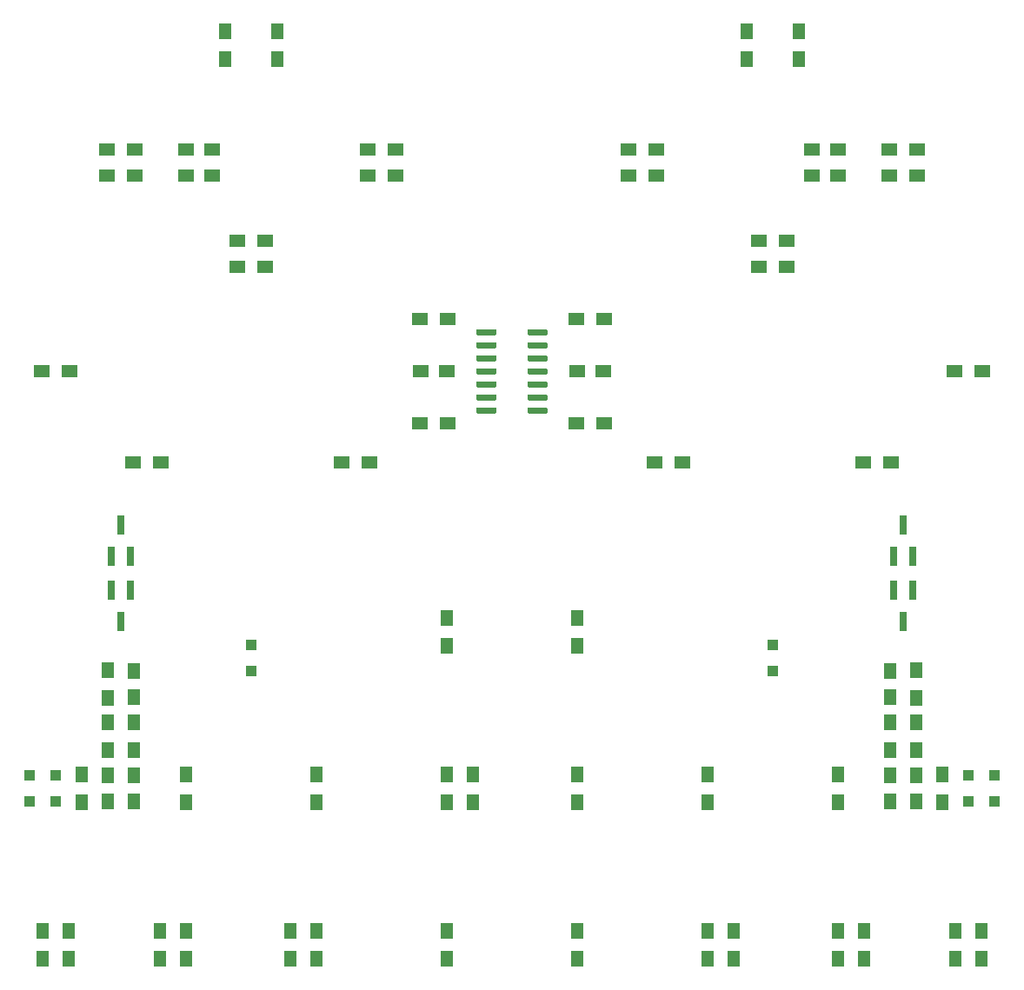
<source format=gbr>
G04 #@! TF.GenerationSoftware,KiCad,Pcbnew,(5.1.5)-3*
G04 #@! TF.CreationDate,2020-07-18T15:36:03-05:00*
G04 #@! TF.ProjectId,Miasma_IO_smd,4d696173-6d61-45f4-994f-5f736d642e6b,rev?*
G04 #@! TF.SameCoordinates,Original*
G04 #@! TF.FileFunction,Paste,Bot*
G04 #@! TF.FilePolarity,Positive*
%FSLAX46Y46*%
G04 Gerber Fmt 4.6, Leading zero omitted, Abs format (unit mm)*
G04 Created by KiCad (PCBNEW (5.1.5)-3) date 2020-07-18 15:36:03*
%MOMM*%
%LPD*%
G04 APERTURE LIST*
%ADD10R,0.800000X1.900000*%
%ADD11R,1.000000X1.000000*%
%ADD12C,0.100000*%
%ADD13R,1.500000X1.300000*%
%ADD14R,1.300000X1.500000*%
%ADD15R,1.250000X1.500000*%
%ADD16R,1.500000X1.250000*%
G04 APERTURE END LIST*
D10*
X184150000Y-108990000D03*
X183200000Y-111990000D03*
X185100000Y-111990000D03*
X184150000Y-118340000D03*
X185100000Y-115340000D03*
X183200000Y-115340000D03*
X107950000Y-118340000D03*
X108900000Y-115340000D03*
X107000000Y-115340000D03*
X107950000Y-108990000D03*
X107000000Y-111990000D03*
X108900000Y-111990000D03*
D11*
X171450000Y-123170000D03*
X171450000Y-120670000D03*
X120650000Y-123170000D03*
X120650000Y-120670000D03*
D12*
G36*
X149364703Y-97490722D02*
G01*
X149379264Y-97492882D01*
X149393543Y-97496459D01*
X149407403Y-97501418D01*
X149420710Y-97507712D01*
X149433336Y-97515280D01*
X149445159Y-97524048D01*
X149456066Y-97533934D01*
X149465952Y-97544841D01*
X149474720Y-97556664D01*
X149482288Y-97569290D01*
X149488582Y-97582597D01*
X149493541Y-97596457D01*
X149497118Y-97610736D01*
X149499278Y-97625297D01*
X149500000Y-97640000D01*
X149500000Y-97940000D01*
X149499278Y-97954703D01*
X149497118Y-97969264D01*
X149493541Y-97983543D01*
X149488582Y-97997403D01*
X149482288Y-98010710D01*
X149474720Y-98023336D01*
X149465952Y-98035159D01*
X149456066Y-98046066D01*
X149445159Y-98055952D01*
X149433336Y-98064720D01*
X149420710Y-98072288D01*
X149407403Y-98078582D01*
X149393543Y-98083541D01*
X149379264Y-98087118D01*
X149364703Y-98089278D01*
X149350000Y-98090000D01*
X147700000Y-98090000D01*
X147685297Y-98089278D01*
X147670736Y-98087118D01*
X147656457Y-98083541D01*
X147642597Y-98078582D01*
X147629290Y-98072288D01*
X147616664Y-98064720D01*
X147604841Y-98055952D01*
X147593934Y-98046066D01*
X147584048Y-98035159D01*
X147575280Y-98023336D01*
X147567712Y-98010710D01*
X147561418Y-97997403D01*
X147556459Y-97983543D01*
X147552882Y-97969264D01*
X147550722Y-97954703D01*
X147550000Y-97940000D01*
X147550000Y-97640000D01*
X147550722Y-97625297D01*
X147552882Y-97610736D01*
X147556459Y-97596457D01*
X147561418Y-97582597D01*
X147567712Y-97569290D01*
X147575280Y-97556664D01*
X147584048Y-97544841D01*
X147593934Y-97533934D01*
X147604841Y-97524048D01*
X147616664Y-97515280D01*
X147629290Y-97507712D01*
X147642597Y-97501418D01*
X147656457Y-97496459D01*
X147670736Y-97492882D01*
X147685297Y-97490722D01*
X147700000Y-97490000D01*
X149350000Y-97490000D01*
X149364703Y-97490722D01*
G37*
G36*
X149364703Y-96220722D02*
G01*
X149379264Y-96222882D01*
X149393543Y-96226459D01*
X149407403Y-96231418D01*
X149420710Y-96237712D01*
X149433336Y-96245280D01*
X149445159Y-96254048D01*
X149456066Y-96263934D01*
X149465952Y-96274841D01*
X149474720Y-96286664D01*
X149482288Y-96299290D01*
X149488582Y-96312597D01*
X149493541Y-96326457D01*
X149497118Y-96340736D01*
X149499278Y-96355297D01*
X149500000Y-96370000D01*
X149500000Y-96670000D01*
X149499278Y-96684703D01*
X149497118Y-96699264D01*
X149493541Y-96713543D01*
X149488582Y-96727403D01*
X149482288Y-96740710D01*
X149474720Y-96753336D01*
X149465952Y-96765159D01*
X149456066Y-96776066D01*
X149445159Y-96785952D01*
X149433336Y-96794720D01*
X149420710Y-96802288D01*
X149407403Y-96808582D01*
X149393543Y-96813541D01*
X149379264Y-96817118D01*
X149364703Y-96819278D01*
X149350000Y-96820000D01*
X147700000Y-96820000D01*
X147685297Y-96819278D01*
X147670736Y-96817118D01*
X147656457Y-96813541D01*
X147642597Y-96808582D01*
X147629290Y-96802288D01*
X147616664Y-96794720D01*
X147604841Y-96785952D01*
X147593934Y-96776066D01*
X147584048Y-96765159D01*
X147575280Y-96753336D01*
X147567712Y-96740710D01*
X147561418Y-96727403D01*
X147556459Y-96713543D01*
X147552882Y-96699264D01*
X147550722Y-96684703D01*
X147550000Y-96670000D01*
X147550000Y-96370000D01*
X147550722Y-96355297D01*
X147552882Y-96340736D01*
X147556459Y-96326457D01*
X147561418Y-96312597D01*
X147567712Y-96299290D01*
X147575280Y-96286664D01*
X147584048Y-96274841D01*
X147593934Y-96263934D01*
X147604841Y-96254048D01*
X147616664Y-96245280D01*
X147629290Y-96237712D01*
X147642597Y-96231418D01*
X147656457Y-96226459D01*
X147670736Y-96222882D01*
X147685297Y-96220722D01*
X147700000Y-96220000D01*
X149350000Y-96220000D01*
X149364703Y-96220722D01*
G37*
G36*
X149364703Y-94950722D02*
G01*
X149379264Y-94952882D01*
X149393543Y-94956459D01*
X149407403Y-94961418D01*
X149420710Y-94967712D01*
X149433336Y-94975280D01*
X149445159Y-94984048D01*
X149456066Y-94993934D01*
X149465952Y-95004841D01*
X149474720Y-95016664D01*
X149482288Y-95029290D01*
X149488582Y-95042597D01*
X149493541Y-95056457D01*
X149497118Y-95070736D01*
X149499278Y-95085297D01*
X149500000Y-95100000D01*
X149500000Y-95400000D01*
X149499278Y-95414703D01*
X149497118Y-95429264D01*
X149493541Y-95443543D01*
X149488582Y-95457403D01*
X149482288Y-95470710D01*
X149474720Y-95483336D01*
X149465952Y-95495159D01*
X149456066Y-95506066D01*
X149445159Y-95515952D01*
X149433336Y-95524720D01*
X149420710Y-95532288D01*
X149407403Y-95538582D01*
X149393543Y-95543541D01*
X149379264Y-95547118D01*
X149364703Y-95549278D01*
X149350000Y-95550000D01*
X147700000Y-95550000D01*
X147685297Y-95549278D01*
X147670736Y-95547118D01*
X147656457Y-95543541D01*
X147642597Y-95538582D01*
X147629290Y-95532288D01*
X147616664Y-95524720D01*
X147604841Y-95515952D01*
X147593934Y-95506066D01*
X147584048Y-95495159D01*
X147575280Y-95483336D01*
X147567712Y-95470710D01*
X147561418Y-95457403D01*
X147556459Y-95443543D01*
X147552882Y-95429264D01*
X147550722Y-95414703D01*
X147550000Y-95400000D01*
X147550000Y-95100000D01*
X147550722Y-95085297D01*
X147552882Y-95070736D01*
X147556459Y-95056457D01*
X147561418Y-95042597D01*
X147567712Y-95029290D01*
X147575280Y-95016664D01*
X147584048Y-95004841D01*
X147593934Y-94993934D01*
X147604841Y-94984048D01*
X147616664Y-94975280D01*
X147629290Y-94967712D01*
X147642597Y-94961418D01*
X147656457Y-94956459D01*
X147670736Y-94952882D01*
X147685297Y-94950722D01*
X147700000Y-94950000D01*
X149350000Y-94950000D01*
X149364703Y-94950722D01*
G37*
G36*
X149364703Y-93680722D02*
G01*
X149379264Y-93682882D01*
X149393543Y-93686459D01*
X149407403Y-93691418D01*
X149420710Y-93697712D01*
X149433336Y-93705280D01*
X149445159Y-93714048D01*
X149456066Y-93723934D01*
X149465952Y-93734841D01*
X149474720Y-93746664D01*
X149482288Y-93759290D01*
X149488582Y-93772597D01*
X149493541Y-93786457D01*
X149497118Y-93800736D01*
X149499278Y-93815297D01*
X149500000Y-93830000D01*
X149500000Y-94130000D01*
X149499278Y-94144703D01*
X149497118Y-94159264D01*
X149493541Y-94173543D01*
X149488582Y-94187403D01*
X149482288Y-94200710D01*
X149474720Y-94213336D01*
X149465952Y-94225159D01*
X149456066Y-94236066D01*
X149445159Y-94245952D01*
X149433336Y-94254720D01*
X149420710Y-94262288D01*
X149407403Y-94268582D01*
X149393543Y-94273541D01*
X149379264Y-94277118D01*
X149364703Y-94279278D01*
X149350000Y-94280000D01*
X147700000Y-94280000D01*
X147685297Y-94279278D01*
X147670736Y-94277118D01*
X147656457Y-94273541D01*
X147642597Y-94268582D01*
X147629290Y-94262288D01*
X147616664Y-94254720D01*
X147604841Y-94245952D01*
X147593934Y-94236066D01*
X147584048Y-94225159D01*
X147575280Y-94213336D01*
X147567712Y-94200710D01*
X147561418Y-94187403D01*
X147556459Y-94173543D01*
X147552882Y-94159264D01*
X147550722Y-94144703D01*
X147550000Y-94130000D01*
X147550000Y-93830000D01*
X147550722Y-93815297D01*
X147552882Y-93800736D01*
X147556459Y-93786457D01*
X147561418Y-93772597D01*
X147567712Y-93759290D01*
X147575280Y-93746664D01*
X147584048Y-93734841D01*
X147593934Y-93723934D01*
X147604841Y-93714048D01*
X147616664Y-93705280D01*
X147629290Y-93697712D01*
X147642597Y-93691418D01*
X147656457Y-93686459D01*
X147670736Y-93682882D01*
X147685297Y-93680722D01*
X147700000Y-93680000D01*
X149350000Y-93680000D01*
X149364703Y-93680722D01*
G37*
G36*
X149364703Y-92410722D02*
G01*
X149379264Y-92412882D01*
X149393543Y-92416459D01*
X149407403Y-92421418D01*
X149420710Y-92427712D01*
X149433336Y-92435280D01*
X149445159Y-92444048D01*
X149456066Y-92453934D01*
X149465952Y-92464841D01*
X149474720Y-92476664D01*
X149482288Y-92489290D01*
X149488582Y-92502597D01*
X149493541Y-92516457D01*
X149497118Y-92530736D01*
X149499278Y-92545297D01*
X149500000Y-92560000D01*
X149500000Y-92860000D01*
X149499278Y-92874703D01*
X149497118Y-92889264D01*
X149493541Y-92903543D01*
X149488582Y-92917403D01*
X149482288Y-92930710D01*
X149474720Y-92943336D01*
X149465952Y-92955159D01*
X149456066Y-92966066D01*
X149445159Y-92975952D01*
X149433336Y-92984720D01*
X149420710Y-92992288D01*
X149407403Y-92998582D01*
X149393543Y-93003541D01*
X149379264Y-93007118D01*
X149364703Y-93009278D01*
X149350000Y-93010000D01*
X147700000Y-93010000D01*
X147685297Y-93009278D01*
X147670736Y-93007118D01*
X147656457Y-93003541D01*
X147642597Y-92998582D01*
X147629290Y-92992288D01*
X147616664Y-92984720D01*
X147604841Y-92975952D01*
X147593934Y-92966066D01*
X147584048Y-92955159D01*
X147575280Y-92943336D01*
X147567712Y-92930710D01*
X147561418Y-92917403D01*
X147556459Y-92903543D01*
X147552882Y-92889264D01*
X147550722Y-92874703D01*
X147550000Y-92860000D01*
X147550000Y-92560000D01*
X147550722Y-92545297D01*
X147552882Y-92530736D01*
X147556459Y-92516457D01*
X147561418Y-92502597D01*
X147567712Y-92489290D01*
X147575280Y-92476664D01*
X147584048Y-92464841D01*
X147593934Y-92453934D01*
X147604841Y-92444048D01*
X147616664Y-92435280D01*
X147629290Y-92427712D01*
X147642597Y-92421418D01*
X147656457Y-92416459D01*
X147670736Y-92412882D01*
X147685297Y-92410722D01*
X147700000Y-92410000D01*
X149350000Y-92410000D01*
X149364703Y-92410722D01*
G37*
G36*
X149364703Y-91140722D02*
G01*
X149379264Y-91142882D01*
X149393543Y-91146459D01*
X149407403Y-91151418D01*
X149420710Y-91157712D01*
X149433336Y-91165280D01*
X149445159Y-91174048D01*
X149456066Y-91183934D01*
X149465952Y-91194841D01*
X149474720Y-91206664D01*
X149482288Y-91219290D01*
X149488582Y-91232597D01*
X149493541Y-91246457D01*
X149497118Y-91260736D01*
X149499278Y-91275297D01*
X149500000Y-91290000D01*
X149500000Y-91590000D01*
X149499278Y-91604703D01*
X149497118Y-91619264D01*
X149493541Y-91633543D01*
X149488582Y-91647403D01*
X149482288Y-91660710D01*
X149474720Y-91673336D01*
X149465952Y-91685159D01*
X149456066Y-91696066D01*
X149445159Y-91705952D01*
X149433336Y-91714720D01*
X149420710Y-91722288D01*
X149407403Y-91728582D01*
X149393543Y-91733541D01*
X149379264Y-91737118D01*
X149364703Y-91739278D01*
X149350000Y-91740000D01*
X147700000Y-91740000D01*
X147685297Y-91739278D01*
X147670736Y-91737118D01*
X147656457Y-91733541D01*
X147642597Y-91728582D01*
X147629290Y-91722288D01*
X147616664Y-91714720D01*
X147604841Y-91705952D01*
X147593934Y-91696066D01*
X147584048Y-91685159D01*
X147575280Y-91673336D01*
X147567712Y-91660710D01*
X147561418Y-91647403D01*
X147556459Y-91633543D01*
X147552882Y-91619264D01*
X147550722Y-91604703D01*
X147550000Y-91590000D01*
X147550000Y-91290000D01*
X147550722Y-91275297D01*
X147552882Y-91260736D01*
X147556459Y-91246457D01*
X147561418Y-91232597D01*
X147567712Y-91219290D01*
X147575280Y-91206664D01*
X147584048Y-91194841D01*
X147593934Y-91183934D01*
X147604841Y-91174048D01*
X147616664Y-91165280D01*
X147629290Y-91157712D01*
X147642597Y-91151418D01*
X147656457Y-91146459D01*
X147670736Y-91142882D01*
X147685297Y-91140722D01*
X147700000Y-91140000D01*
X149350000Y-91140000D01*
X149364703Y-91140722D01*
G37*
G36*
X149364703Y-89870722D02*
G01*
X149379264Y-89872882D01*
X149393543Y-89876459D01*
X149407403Y-89881418D01*
X149420710Y-89887712D01*
X149433336Y-89895280D01*
X149445159Y-89904048D01*
X149456066Y-89913934D01*
X149465952Y-89924841D01*
X149474720Y-89936664D01*
X149482288Y-89949290D01*
X149488582Y-89962597D01*
X149493541Y-89976457D01*
X149497118Y-89990736D01*
X149499278Y-90005297D01*
X149500000Y-90020000D01*
X149500000Y-90320000D01*
X149499278Y-90334703D01*
X149497118Y-90349264D01*
X149493541Y-90363543D01*
X149488582Y-90377403D01*
X149482288Y-90390710D01*
X149474720Y-90403336D01*
X149465952Y-90415159D01*
X149456066Y-90426066D01*
X149445159Y-90435952D01*
X149433336Y-90444720D01*
X149420710Y-90452288D01*
X149407403Y-90458582D01*
X149393543Y-90463541D01*
X149379264Y-90467118D01*
X149364703Y-90469278D01*
X149350000Y-90470000D01*
X147700000Y-90470000D01*
X147685297Y-90469278D01*
X147670736Y-90467118D01*
X147656457Y-90463541D01*
X147642597Y-90458582D01*
X147629290Y-90452288D01*
X147616664Y-90444720D01*
X147604841Y-90435952D01*
X147593934Y-90426066D01*
X147584048Y-90415159D01*
X147575280Y-90403336D01*
X147567712Y-90390710D01*
X147561418Y-90377403D01*
X147556459Y-90363543D01*
X147552882Y-90349264D01*
X147550722Y-90334703D01*
X147550000Y-90320000D01*
X147550000Y-90020000D01*
X147550722Y-90005297D01*
X147552882Y-89990736D01*
X147556459Y-89976457D01*
X147561418Y-89962597D01*
X147567712Y-89949290D01*
X147575280Y-89936664D01*
X147584048Y-89924841D01*
X147593934Y-89913934D01*
X147604841Y-89904048D01*
X147616664Y-89895280D01*
X147629290Y-89887712D01*
X147642597Y-89881418D01*
X147656457Y-89876459D01*
X147670736Y-89872882D01*
X147685297Y-89870722D01*
X147700000Y-89870000D01*
X149350000Y-89870000D01*
X149364703Y-89870722D01*
G37*
G36*
X144414703Y-89870722D02*
G01*
X144429264Y-89872882D01*
X144443543Y-89876459D01*
X144457403Y-89881418D01*
X144470710Y-89887712D01*
X144483336Y-89895280D01*
X144495159Y-89904048D01*
X144506066Y-89913934D01*
X144515952Y-89924841D01*
X144524720Y-89936664D01*
X144532288Y-89949290D01*
X144538582Y-89962597D01*
X144543541Y-89976457D01*
X144547118Y-89990736D01*
X144549278Y-90005297D01*
X144550000Y-90020000D01*
X144550000Y-90320000D01*
X144549278Y-90334703D01*
X144547118Y-90349264D01*
X144543541Y-90363543D01*
X144538582Y-90377403D01*
X144532288Y-90390710D01*
X144524720Y-90403336D01*
X144515952Y-90415159D01*
X144506066Y-90426066D01*
X144495159Y-90435952D01*
X144483336Y-90444720D01*
X144470710Y-90452288D01*
X144457403Y-90458582D01*
X144443543Y-90463541D01*
X144429264Y-90467118D01*
X144414703Y-90469278D01*
X144400000Y-90470000D01*
X142750000Y-90470000D01*
X142735297Y-90469278D01*
X142720736Y-90467118D01*
X142706457Y-90463541D01*
X142692597Y-90458582D01*
X142679290Y-90452288D01*
X142666664Y-90444720D01*
X142654841Y-90435952D01*
X142643934Y-90426066D01*
X142634048Y-90415159D01*
X142625280Y-90403336D01*
X142617712Y-90390710D01*
X142611418Y-90377403D01*
X142606459Y-90363543D01*
X142602882Y-90349264D01*
X142600722Y-90334703D01*
X142600000Y-90320000D01*
X142600000Y-90020000D01*
X142600722Y-90005297D01*
X142602882Y-89990736D01*
X142606459Y-89976457D01*
X142611418Y-89962597D01*
X142617712Y-89949290D01*
X142625280Y-89936664D01*
X142634048Y-89924841D01*
X142643934Y-89913934D01*
X142654841Y-89904048D01*
X142666664Y-89895280D01*
X142679290Y-89887712D01*
X142692597Y-89881418D01*
X142706457Y-89876459D01*
X142720736Y-89872882D01*
X142735297Y-89870722D01*
X142750000Y-89870000D01*
X144400000Y-89870000D01*
X144414703Y-89870722D01*
G37*
G36*
X144414703Y-91140722D02*
G01*
X144429264Y-91142882D01*
X144443543Y-91146459D01*
X144457403Y-91151418D01*
X144470710Y-91157712D01*
X144483336Y-91165280D01*
X144495159Y-91174048D01*
X144506066Y-91183934D01*
X144515952Y-91194841D01*
X144524720Y-91206664D01*
X144532288Y-91219290D01*
X144538582Y-91232597D01*
X144543541Y-91246457D01*
X144547118Y-91260736D01*
X144549278Y-91275297D01*
X144550000Y-91290000D01*
X144550000Y-91590000D01*
X144549278Y-91604703D01*
X144547118Y-91619264D01*
X144543541Y-91633543D01*
X144538582Y-91647403D01*
X144532288Y-91660710D01*
X144524720Y-91673336D01*
X144515952Y-91685159D01*
X144506066Y-91696066D01*
X144495159Y-91705952D01*
X144483336Y-91714720D01*
X144470710Y-91722288D01*
X144457403Y-91728582D01*
X144443543Y-91733541D01*
X144429264Y-91737118D01*
X144414703Y-91739278D01*
X144400000Y-91740000D01*
X142750000Y-91740000D01*
X142735297Y-91739278D01*
X142720736Y-91737118D01*
X142706457Y-91733541D01*
X142692597Y-91728582D01*
X142679290Y-91722288D01*
X142666664Y-91714720D01*
X142654841Y-91705952D01*
X142643934Y-91696066D01*
X142634048Y-91685159D01*
X142625280Y-91673336D01*
X142617712Y-91660710D01*
X142611418Y-91647403D01*
X142606459Y-91633543D01*
X142602882Y-91619264D01*
X142600722Y-91604703D01*
X142600000Y-91590000D01*
X142600000Y-91290000D01*
X142600722Y-91275297D01*
X142602882Y-91260736D01*
X142606459Y-91246457D01*
X142611418Y-91232597D01*
X142617712Y-91219290D01*
X142625280Y-91206664D01*
X142634048Y-91194841D01*
X142643934Y-91183934D01*
X142654841Y-91174048D01*
X142666664Y-91165280D01*
X142679290Y-91157712D01*
X142692597Y-91151418D01*
X142706457Y-91146459D01*
X142720736Y-91142882D01*
X142735297Y-91140722D01*
X142750000Y-91140000D01*
X144400000Y-91140000D01*
X144414703Y-91140722D01*
G37*
G36*
X144414703Y-92410722D02*
G01*
X144429264Y-92412882D01*
X144443543Y-92416459D01*
X144457403Y-92421418D01*
X144470710Y-92427712D01*
X144483336Y-92435280D01*
X144495159Y-92444048D01*
X144506066Y-92453934D01*
X144515952Y-92464841D01*
X144524720Y-92476664D01*
X144532288Y-92489290D01*
X144538582Y-92502597D01*
X144543541Y-92516457D01*
X144547118Y-92530736D01*
X144549278Y-92545297D01*
X144550000Y-92560000D01*
X144550000Y-92860000D01*
X144549278Y-92874703D01*
X144547118Y-92889264D01*
X144543541Y-92903543D01*
X144538582Y-92917403D01*
X144532288Y-92930710D01*
X144524720Y-92943336D01*
X144515952Y-92955159D01*
X144506066Y-92966066D01*
X144495159Y-92975952D01*
X144483336Y-92984720D01*
X144470710Y-92992288D01*
X144457403Y-92998582D01*
X144443543Y-93003541D01*
X144429264Y-93007118D01*
X144414703Y-93009278D01*
X144400000Y-93010000D01*
X142750000Y-93010000D01*
X142735297Y-93009278D01*
X142720736Y-93007118D01*
X142706457Y-93003541D01*
X142692597Y-92998582D01*
X142679290Y-92992288D01*
X142666664Y-92984720D01*
X142654841Y-92975952D01*
X142643934Y-92966066D01*
X142634048Y-92955159D01*
X142625280Y-92943336D01*
X142617712Y-92930710D01*
X142611418Y-92917403D01*
X142606459Y-92903543D01*
X142602882Y-92889264D01*
X142600722Y-92874703D01*
X142600000Y-92860000D01*
X142600000Y-92560000D01*
X142600722Y-92545297D01*
X142602882Y-92530736D01*
X142606459Y-92516457D01*
X142611418Y-92502597D01*
X142617712Y-92489290D01*
X142625280Y-92476664D01*
X142634048Y-92464841D01*
X142643934Y-92453934D01*
X142654841Y-92444048D01*
X142666664Y-92435280D01*
X142679290Y-92427712D01*
X142692597Y-92421418D01*
X142706457Y-92416459D01*
X142720736Y-92412882D01*
X142735297Y-92410722D01*
X142750000Y-92410000D01*
X144400000Y-92410000D01*
X144414703Y-92410722D01*
G37*
G36*
X144414703Y-93680722D02*
G01*
X144429264Y-93682882D01*
X144443543Y-93686459D01*
X144457403Y-93691418D01*
X144470710Y-93697712D01*
X144483336Y-93705280D01*
X144495159Y-93714048D01*
X144506066Y-93723934D01*
X144515952Y-93734841D01*
X144524720Y-93746664D01*
X144532288Y-93759290D01*
X144538582Y-93772597D01*
X144543541Y-93786457D01*
X144547118Y-93800736D01*
X144549278Y-93815297D01*
X144550000Y-93830000D01*
X144550000Y-94130000D01*
X144549278Y-94144703D01*
X144547118Y-94159264D01*
X144543541Y-94173543D01*
X144538582Y-94187403D01*
X144532288Y-94200710D01*
X144524720Y-94213336D01*
X144515952Y-94225159D01*
X144506066Y-94236066D01*
X144495159Y-94245952D01*
X144483336Y-94254720D01*
X144470710Y-94262288D01*
X144457403Y-94268582D01*
X144443543Y-94273541D01*
X144429264Y-94277118D01*
X144414703Y-94279278D01*
X144400000Y-94280000D01*
X142750000Y-94280000D01*
X142735297Y-94279278D01*
X142720736Y-94277118D01*
X142706457Y-94273541D01*
X142692597Y-94268582D01*
X142679290Y-94262288D01*
X142666664Y-94254720D01*
X142654841Y-94245952D01*
X142643934Y-94236066D01*
X142634048Y-94225159D01*
X142625280Y-94213336D01*
X142617712Y-94200710D01*
X142611418Y-94187403D01*
X142606459Y-94173543D01*
X142602882Y-94159264D01*
X142600722Y-94144703D01*
X142600000Y-94130000D01*
X142600000Y-93830000D01*
X142600722Y-93815297D01*
X142602882Y-93800736D01*
X142606459Y-93786457D01*
X142611418Y-93772597D01*
X142617712Y-93759290D01*
X142625280Y-93746664D01*
X142634048Y-93734841D01*
X142643934Y-93723934D01*
X142654841Y-93714048D01*
X142666664Y-93705280D01*
X142679290Y-93697712D01*
X142692597Y-93691418D01*
X142706457Y-93686459D01*
X142720736Y-93682882D01*
X142735297Y-93680722D01*
X142750000Y-93680000D01*
X144400000Y-93680000D01*
X144414703Y-93680722D01*
G37*
G36*
X144414703Y-94950722D02*
G01*
X144429264Y-94952882D01*
X144443543Y-94956459D01*
X144457403Y-94961418D01*
X144470710Y-94967712D01*
X144483336Y-94975280D01*
X144495159Y-94984048D01*
X144506066Y-94993934D01*
X144515952Y-95004841D01*
X144524720Y-95016664D01*
X144532288Y-95029290D01*
X144538582Y-95042597D01*
X144543541Y-95056457D01*
X144547118Y-95070736D01*
X144549278Y-95085297D01*
X144550000Y-95100000D01*
X144550000Y-95400000D01*
X144549278Y-95414703D01*
X144547118Y-95429264D01*
X144543541Y-95443543D01*
X144538582Y-95457403D01*
X144532288Y-95470710D01*
X144524720Y-95483336D01*
X144515952Y-95495159D01*
X144506066Y-95506066D01*
X144495159Y-95515952D01*
X144483336Y-95524720D01*
X144470710Y-95532288D01*
X144457403Y-95538582D01*
X144443543Y-95543541D01*
X144429264Y-95547118D01*
X144414703Y-95549278D01*
X144400000Y-95550000D01*
X142750000Y-95550000D01*
X142735297Y-95549278D01*
X142720736Y-95547118D01*
X142706457Y-95543541D01*
X142692597Y-95538582D01*
X142679290Y-95532288D01*
X142666664Y-95524720D01*
X142654841Y-95515952D01*
X142643934Y-95506066D01*
X142634048Y-95495159D01*
X142625280Y-95483336D01*
X142617712Y-95470710D01*
X142611418Y-95457403D01*
X142606459Y-95443543D01*
X142602882Y-95429264D01*
X142600722Y-95414703D01*
X142600000Y-95400000D01*
X142600000Y-95100000D01*
X142600722Y-95085297D01*
X142602882Y-95070736D01*
X142606459Y-95056457D01*
X142611418Y-95042597D01*
X142617712Y-95029290D01*
X142625280Y-95016664D01*
X142634048Y-95004841D01*
X142643934Y-94993934D01*
X142654841Y-94984048D01*
X142666664Y-94975280D01*
X142679290Y-94967712D01*
X142692597Y-94961418D01*
X142706457Y-94956459D01*
X142720736Y-94952882D01*
X142735297Y-94950722D01*
X142750000Y-94950000D01*
X144400000Y-94950000D01*
X144414703Y-94950722D01*
G37*
G36*
X144414703Y-96220722D02*
G01*
X144429264Y-96222882D01*
X144443543Y-96226459D01*
X144457403Y-96231418D01*
X144470710Y-96237712D01*
X144483336Y-96245280D01*
X144495159Y-96254048D01*
X144506066Y-96263934D01*
X144515952Y-96274841D01*
X144524720Y-96286664D01*
X144532288Y-96299290D01*
X144538582Y-96312597D01*
X144543541Y-96326457D01*
X144547118Y-96340736D01*
X144549278Y-96355297D01*
X144550000Y-96370000D01*
X144550000Y-96670000D01*
X144549278Y-96684703D01*
X144547118Y-96699264D01*
X144543541Y-96713543D01*
X144538582Y-96727403D01*
X144532288Y-96740710D01*
X144524720Y-96753336D01*
X144515952Y-96765159D01*
X144506066Y-96776066D01*
X144495159Y-96785952D01*
X144483336Y-96794720D01*
X144470710Y-96802288D01*
X144457403Y-96808582D01*
X144443543Y-96813541D01*
X144429264Y-96817118D01*
X144414703Y-96819278D01*
X144400000Y-96820000D01*
X142750000Y-96820000D01*
X142735297Y-96819278D01*
X142720736Y-96817118D01*
X142706457Y-96813541D01*
X142692597Y-96808582D01*
X142679290Y-96802288D01*
X142666664Y-96794720D01*
X142654841Y-96785952D01*
X142643934Y-96776066D01*
X142634048Y-96765159D01*
X142625280Y-96753336D01*
X142617712Y-96740710D01*
X142611418Y-96727403D01*
X142606459Y-96713543D01*
X142602882Y-96699264D01*
X142600722Y-96684703D01*
X142600000Y-96670000D01*
X142600000Y-96370000D01*
X142600722Y-96355297D01*
X142602882Y-96340736D01*
X142606459Y-96326457D01*
X142611418Y-96312597D01*
X142617712Y-96299290D01*
X142625280Y-96286664D01*
X142634048Y-96274841D01*
X142643934Y-96263934D01*
X142654841Y-96254048D01*
X142666664Y-96245280D01*
X142679290Y-96237712D01*
X142692597Y-96231418D01*
X142706457Y-96226459D01*
X142720736Y-96222882D01*
X142735297Y-96220722D01*
X142750000Y-96220000D01*
X144400000Y-96220000D01*
X144414703Y-96220722D01*
G37*
G36*
X144414703Y-97490722D02*
G01*
X144429264Y-97492882D01*
X144443543Y-97496459D01*
X144457403Y-97501418D01*
X144470710Y-97507712D01*
X144483336Y-97515280D01*
X144495159Y-97524048D01*
X144506066Y-97533934D01*
X144515952Y-97544841D01*
X144524720Y-97556664D01*
X144532288Y-97569290D01*
X144538582Y-97582597D01*
X144543541Y-97596457D01*
X144547118Y-97610736D01*
X144549278Y-97625297D01*
X144550000Y-97640000D01*
X144550000Y-97940000D01*
X144549278Y-97954703D01*
X144547118Y-97969264D01*
X144543541Y-97983543D01*
X144538582Y-97997403D01*
X144532288Y-98010710D01*
X144524720Y-98023336D01*
X144515952Y-98035159D01*
X144506066Y-98046066D01*
X144495159Y-98055952D01*
X144483336Y-98064720D01*
X144470710Y-98072288D01*
X144457403Y-98078582D01*
X144443543Y-98083541D01*
X144429264Y-98087118D01*
X144414703Y-98089278D01*
X144400000Y-98090000D01*
X142750000Y-98090000D01*
X142735297Y-98089278D01*
X142720736Y-98087118D01*
X142706457Y-98083541D01*
X142692597Y-98078582D01*
X142679290Y-98072288D01*
X142666664Y-98064720D01*
X142654841Y-98055952D01*
X142643934Y-98046066D01*
X142634048Y-98035159D01*
X142625280Y-98023336D01*
X142617712Y-98010710D01*
X142611418Y-97997403D01*
X142606459Y-97983543D01*
X142602882Y-97969264D01*
X142600722Y-97954703D01*
X142600000Y-97940000D01*
X142600000Y-97640000D01*
X142600722Y-97625297D01*
X142602882Y-97610736D01*
X142606459Y-97596457D01*
X142611418Y-97582597D01*
X142617712Y-97569290D01*
X142625280Y-97556664D01*
X142634048Y-97544841D01*
X142643934Y-97533934D01*
X142654841Y-97524048D01*
X142666664Y-97515280D01*
X142679290Y-97507712D01*
X142692597Y-97501418D01*
X142706457Y-97496459D01*
X142720736Y-97492882D01*
X142735297Y-97490722D01*
X142750000Y-97490000D01*
X144400000Y-97490000D01*
X144414703Y-97490722D01*
G37*
D11*
X193040000Y-135870000D03*
X193040000Y-133370000D03*
X190500000Y-135870000D03*
X190500000Y-133370000D03*
X101600000Y-135870000D03*
X101600000Y-133370000D03*
X99060000Y-135870000D03*
X99060000Y-133370000D03*
D13*
X189150000Y-93980000D03*
X191850000Y-93980000D03*
D14*
X165100000Y-133270000D03*
X165100000Y-135970000D03*
X191770000Y-151210000D03*
X191770000Y-148510000D03*
X187960000Y-133270000D03*
X187960000Y-135970000D03*
D13*
X172800000Y-81280000D03*
X170100000Y-81280000D03*
X182800000Y-74930000D03*
X185500000Y-74930000D03*
X172800000Y-83820000D03*
X170100000Y-83820000D03*
X152320000Y-88900000D03*
X155020000Y-88900000D03*
X182800000Y-72390000D03*
X185500000Y-72390000D03*
D14*
X177800000Y-133270000D03*
X177800000Y-135970000D03*
D13*
X182960000Y-102870000D03*
X180260000Y-102870000D03*
D14*
X173990000Y-63580000D03*
X173990000Y-60880000D03*
X168910000Y-63580000D03*
X168910000Y-60880000D03*
D13*
X157400000Y-74930000D03*
X160100000Y-74930000D03*
D14*
X177800000Y-148510000D03*
X177800000Y-151210000D03*
X165100000Y-148510000D03*
X165100000Y-151210000D03*
X189230000Y-151210000D03*
X189230000Y-148510000D03*
D13*
X152320000Y-99060000D03*
X155020000Y-99060000D03*
X157400000Y-72390000D03*
X160100000Y-72390000D03*
X162640000Y-102870000D03*
X159940000Y-102870000D03*
D14*
X185420000Y-130890000D03*
X185420000Y-128190000D03*
X182880000Y-130890000D03*
X182880000Y-128190000D03*
X152400000Y-151210000D03*
X152400000Y-148510000D03*
X152400000Y-133270000D03*
X152400000Y-135970000D03*
X152400000Y-118030000D03*
X152400000Y-120730000D03*
X185420000Y-125810000D03*
X185420000Y-123110000D03*
X106680000Y-125810000D03*
X106680000Y-123110000D03*
X109220000Y-130890000D03*
X109220000Y-128190000D03*
X106680000Y-130890000D03*
X106680000Y-128190000D03*
X139700000Y-151210000D03*
X139700000Y-148510000D03*
X139700000Y-133270000D03*
X139700000Y-135970000D03*
X139700000Y-118030000D03*
X139700000Y-120730000D03*
D13*
X134700000Y-74930000D03*
X132000000Y-74930000D03*
X139780000Y-99060000D03*
X137080000Y-99060000D03*
D14*
X118110000Y-63580000D03*
X118110000Y-60880000D03*
X123190000Y-63580000D03*
X123190000Y-60880000D03*
D13*
X134700000Y-72390000D03*
X132000000Y-72390000D03*
D14*
X127000000Y-148510000D03*
X127000000Y-151210000D03*
X114300000Y-151210000D03*
X114300000Y-148510000D03*
X102870000Y-151210000D03*
X102870000Y-148510000D03*
D13*
X129460000Y-102870000D03*
X132160000Y-102870000D03*
X109300000Y-74930000D03*
X106600000Y-74930000D03*
D14*
X114300000Y-133270000D03*
X114300000Y-135970000D03*
D13*
X139780000Y-88900000D03*
X137080000Y-88900000D03*
X119300000Y-81280000D03*
X122000000Y-81280000D03*
X109300000Y-72390000D03*
X106600000Y-72390000D03*
X109140000Y-102870000D03*
X111840000Y-102870000D03*
X119300000Y-83820000D03*
X122000000Y-83820000D03*
D14*
X104140000Y-133270000D03*
X104140000Y-135970000D03*
X100330000Y-151210000D03*
X100330000Y-148510000D03*
X127000000Y-133270000D03*
X127000000Y-135970000D03*
D13*
X102950000Y-93980000D03*
X100250000Y-93980000D03*
D15*
X185420000Y-135870000D03*
X185420000Y-133370000D03*
D16*
X177780000Y-74930000D03*
X175280000Y-74930000D03*
X177780000Y-72390000D03*
X175280000Y-72390000D03*
D15*
X182880000Y-133370000D03*
X182880000Y-135870000D03*
X182880000Y-123210000D03*
X182880000Y-125710000D03*
X109220000Y-123210000D03*
X109220000Y-125710000D03*
X109220000Y-133370000D03*
X109220000Y-135870000D03*
D16*
X114320000Y-74930000D03*
X116820000Y-74930000D03*
X114320000Y-72390000D03*
X116820000Y-72390000D03*
D15*
X106680000Y-135870000D03*
X106680000Y-133370000D03*
D16*
X152420000Y-93980000D03*
X154920000Y-93980000D03*
X139680000Y-93980000D03*
X137180000Y-93980000D03*
D14*
X111760000Y-151210000D03*
X111760000Y-148510000D03*
X124460000Y-151210000D03*
X124460000Y-148510000D03*
X142240000Y-135970000D03*
X142240000Y-133270000D03*
X167640000Y-151210000D03*
X167640000Y-148510000D03*
X180340000Y-151210000D03*
X180340000Y-148510000D03*
M02*

</source>
